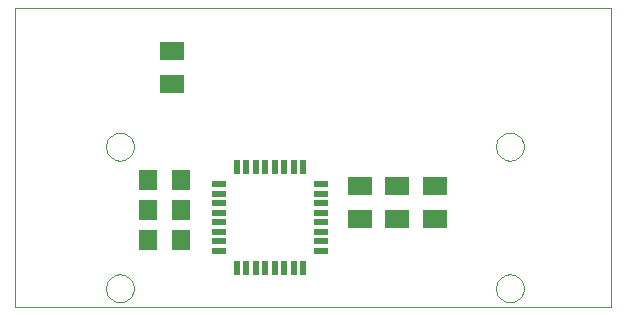
<source format=gbp>
G75*
G70*
%OFA0B0*%
%FSLAX24Y24*%
%IPPOS*%
%LPD*%
%AMOC8*
5,1,8,0,0,1.08239X$1,22.5*
%
%ADD10C,0.0000*%
%ADD11R,0.0500X0.0220*%
%ADD12R,0.0220X0.0500*%
%ADD13R,0.0787X0.0630*%
%ADD14R,0.0630X0.0709*%
D10*
X000344Y002903D02*
X000344Y012899D01*
X020214Y012899D01*
X020214Y002903D01*
X000344Y002903D01*
X003379Y003541D02*
X003381Y003584D01*
X003387Y003626D01*
X003397Y003668D01*
X003410Y003709D01*
X003428Y003748D01*
X003449Y003786D01*
X003473Y003821D01*
X003500Y003854D01*
X003531Y003885D01*
X003564Y003912D01*
X003599Y003936D01*
X003637Y003957D01*
X003676Y003975D01*
X003717Y003988D01*
X003759Y003998D01*
X003801Y004004D01*
X003844Y004006D01*
X003887Y004004D01*
X003929Y003998D01*
X003971Y003988D01*
X004012Y003975D01*
X004051Y003957D01*
X004089Y003936D01*
X004124Y003912D01*
X004157Y003885D01*
X004188Y003854D01*
X004215Y003821D01*
X004239Y003786D01*
X004260Y003748D01*
X004278Y003709D01*
X004291Y003668D01*
X004301Y003626D01*
X004307Y003584D01*
X004309Y003541D01*
X004307Y003498D01*
X004301Y003456D01*
X004291Y003414D01*
X004278Y003373D01*
X004260Y003334D01*
X004239Y003296D01*
X004215Y003261D01*
X004188Y003228D01*
X004157Y003197D01*
X004124Y003170D01*
X004089Y003146D01*
X004051Y003125D01*
X004012Y003107D01*
X003971Y003094D01*
X003929Y003084D01*
X003887Y003078D01*
X003844Y003076D01*
X003801Y003078D01*
X003759Y003084D01*
X003717Y003094D01*
X003676Y003107D01*
X003637Y003125D01*
X003599Y003146D01*
X003564Y003170D01*
X003531Y003197D01*
X003500Y003228D01*
X003473Y003261D01*
X003449Y003296D01*
X003428Y003334D01*
X003410Y003373D01*
X003397Y003414D01*
X003387Y003456D01*
X003381Y003498D01*
X003379Y003541D01*
X003379Y008265D02*
X003381Y008308D01*
X003387Y008350D01*
X003397Y008392D01*
X003410Y008433D01*
X003428Y008472D01*
X003449Y008510D01*
X003473Y008545D01*
X003500Y008578D01*
X003531Y008609D01*
X003564Y008636D01*
X003599Y008660D01*
X003637Y008681D01*
X003676Y008699D01*
X003717Y008712D01*
X003759Y008722D01*
X003801Y008728D01*
X003844Y008730D01*
X003887Y008728D01*
X003929Y008722D01*
X003971Y008712D01*
X004012Y008699D01*
X004051Y008681D01*
X004089Y008660D01*
X004124Y008636D01*
X004157Y008609D01*
X004188Y008578D01*
X004215Y008545D01*
X004239Y008510D01*
X004260Y008472D01*
X004278Y008433D01*
X004291Y008392D01*
X004301Y008350D01*
X004307Y008308D01*
X004309Y008265D01*
X004307Y008222D01*
X004301Y008180D01*
X004291Y008138D01*
X004278Y008097D01*
X004260Y008058D01*
X004239Y008020D01*
X004215Y007985D01*
X004188Y007952D01*
X004157Y007921D01*
X004124Y007894D01*
X004089Y007870D01*
X004051Y007849D01*
X004012Y007831D01*
X003971Y007818D01*
X003929Y007808D01*
X003887Y007802D01*
X003844Y007800D01*
X003801Y007802D01*
X003759Y007808D01*
X003717Y007818D01*
X003676Y007831D01*
X003637Y007849D01*
X003599Y007870D01*
X003564Y007894D01*
X003531Y007921D01*
X003500Y007952D01*
X003473Y007985D01*
X003449Y008020D01*
X003428Y008058D01*
X003410Y008097D01*
X003397Y008138D01*
X003387Y008180D01*
X003381Y008222D01*
X003379Y008265D01*
X016379Y008265D02*
X016381Y008308D01*
X016387Y008350D01*
X016397Y008392D01*
X016410Y008433D01*
X016428Y008472D01*
X016449Y008510D01*
X016473Y008545D01*
X016500Y008578D01*
X016531Y008609D01*
X016564Y008636D01*
X016599Y008660D01*
X016637Y008681D01*
X016676Y008699D01*
X016717Y008712D01*
X016759Y008722D01*
X016801Y008728D01*
X016844Y008730D01*
X016887Y008728D01*
X016929Y008722D01*
X016971Y008712D01*
X017012Y008699D01*
X017051Y008681D01*
X017089Y008660D01*
X017124Y008636D01*
X017157Y008609D01*
X017188Y008578D01*
X017215Y008545D01*
X017239Y008510D01*
X017260Y008472D01*
X017278Y008433D01*
X017291Y008392D01*
X017301Y008350D01*
X017307Y008308D01*
X017309Y008265D01*
X017307Y008222D01*
X017301Y008180D01*
X017291Y008138D01*
X017278Y008097D01*
X017260Y008058D01*
X017239Y008020D01*
X017215Y007985D01*
X017188Y007952D01*
X017157Y007921D01*
X017124Y007894D01*
X017089Y007870D01*
X017051Y007849D01*
X017012Y007831D01*
X016971Y007818D01*
X016929Y007808D01*
X016887Y007802D01*
X016844Y007800D01*
X016801Y007802D01*
X016759Y007808D01*
X016717Y007818D01*
X016676Y007831D01*
X016637Y007849D01*
X016599Y007870D01*
X016564Y007894D01*
X016531Y007921D01*
X016500Y007952D01*
X016473Y007985D01*
X016449Y008020D01*
X016428Y008058D01*
X016410Y008097D01*
X016397Y008138D01*
X016387Y008180D01*
X016381Y008222D01*
X016379Y008265D01*
X016379Y003541D02*
X016381Y003584D01*
X016387Y003626D01*
X016397Y003668D01*
X016410Y003709D01*
X016428Y003748D01*
X016449Y003786D01*
X016473Y003821D01*
X016500Y003854D01*
X016531Y003885D01*
X016564Y003912D01*
X016599Y003936D01*
X016637Y003957D01*
X016676Y003975D01*
X016717Y003988D01*
X016759Y003998D01*
X016801Y004004D01*
X016844Y004006D01*
X016887Y004004D01*
X016929Y003998D01*
X016971Y003988D01*
X017012Y003975D01*
X017051Y003957D01*
X017089Y003936D01*
X017124Y003912D01*
X017157Y003885D01*
X017188Y003854D01*
X017215Y003821D01*
X017239Y003786D01*
X017260Y003748D01*
X017278Y003709D01*
X017291Y003668D01*
X017301Y003626D01*
X017307Y003584D01*
X017309Y003541D01*
X017307Y003498D01*
X017301Y003456D01*
X017291Y003414D01*
X017278Y003373D01*
X017260Y003334D01*
X017239Y003296D01*
X017215Y003261D01*
X017188Y003228D01*
X017157Y003197D01*
X017124Y003170D01*
X017089Y003146D01*
X017051Y003125D01*
X017012Y003107D01*
X016971Y003094D01*
X016929Y003084D01*
X016887Y003078D01*
X016844Y003076D01*
X016801Y003078D01*
X016759Y003084D01*
X016717Y003094D01*
X016676Y003107D01*
X016637Y003125D01*
X016599Y003146D01*
X016564Y003170D01*
X016531Y003197D01*
X016500Y003228D01*
X016473Y003261D01*
X016449Y003296D01*
X016428Y003334D01*
X016410Y003373D01*
X016397Y003414D01*
X016387Y003456D01*
X016381Y003498D01*
X016379Y003541D01*
D11*
X010534Y004800D03*
X010534Y005115D03*
X010534Y005430D03*
X010534Y005745D03*
X010534Y006060D03*
X010534Y006375D03*
X010534Y006690D03*
X010534Y007005D03*
X007154Y007005D03*
X007154Y006690D03*
X007154Y006375D03*
X007154Y006060D03*
X007154Y005745D03*
X007154Y005430D03*
X007154Y005115D03*
X007154Y004800D03*
D12*
X007742Y004213D03*
X008057Y004213D03*
X008372Y004213D03*
X008687Y004213D03*
X009002Y004213D03*
X009317Y004213D03*
X009632Y004213D03*
X009947Y004213D03*
X009947Y007593D03*
X009632Y007593D03*
X009317Y007593D03*
X009002Y007593D03*
X008687Y007593D03*
X008372Y007593D03*
X008057Y007593D03*
X007742Y007593D03*
D13*
X005594Y010352D03*
X005594Y011454D03*
X011844Y006954D03*
X013094Y006954D03*
X014344Y006954D03*
X014344Y005852D03*
X013094Y005852D03*
X011844Y005852D03*
D14*
X005895Y006153D03*
X004793Y006153D03*
X004793Y007153D03*
X005895Y007153D03*
X005895Y005153D03*
X004793Y005153D03*
M02*

</source>
